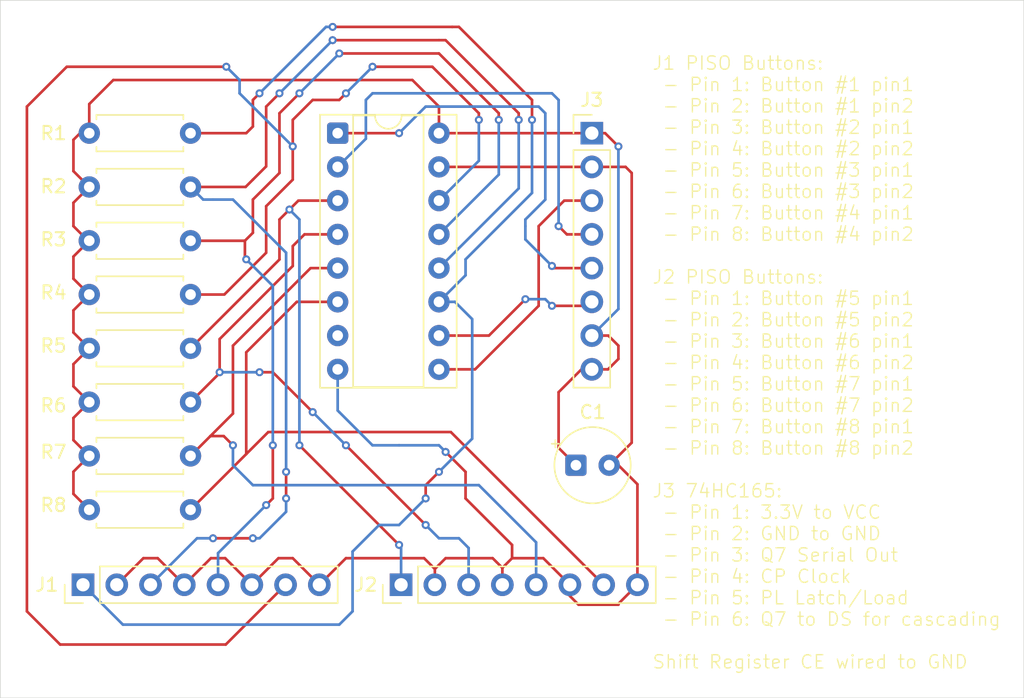
<source format=kicad_pcb>
(kicad_pcb (version 20241229) (generator "pcbnew") (generator_version "9.0")
  (layers (0 "F.Cu" signal) (2 "B.Cu" signal) (13 "F.Paste" user) (15 "B.Paste" user) (5 "F.SilkS" user "F.Silkscreen") (7 "B.SilkS" user "B.Silkscreen") (1 "F.Mask" user) (3 "B.Mask" user) (25 "Edge.Cuts" user))
  (net 0 "")
  (net 1 "Net-(J1-Pin_1)")
  (net 2 "+3.3V")
  (net 3 "Net-(J1-Pin_3)")
  (net 4 "Net-(J1-Pin_5)")
  (net 5 "Net-(J1-Pin_7)")
  (net 6 "Net-(J2-Pin_1)")
  (net 7 "Net-(J2-Pin_3)")
  (net 8 "Net-(J2-Pin_5)")
  (net 9 "Net-(J2-Pin_7)")
  (net 10 "Net-(J3-Pin_4)")
  (net 11 "GND")
  (net 12 "Net-(J3-Pin_5)")
  (net 13 "Net-(J3-Pin_6)")
  (net 14 "Net-(J3-Pin_3)")
  (footprint "Resistor_THT:R_Axial_DIN0207_L6.3mm_D2.5mm_P7.62mm_Horizontal" (layer "F.Cu") (at 134.19 68.1)
    (property "Reference" "R3" (at -2.69 -0.1 0) (layer "F.SilkS"))
    (property "Value" "R" (hide yes))
    (fp_line (start 0.54 -1.37) (end 7.08 -1.37) (stroke (width 0.12)) (layer "F.SilkS"))
    (fp_line (start 0.54 -1.04) (end 0.54 -1.37) (stroke (width 0.12)) (layer "F.SilkS"))
    (fp_line (start 0.54 1.04) (end 0.54 1.37) (stroke (width 0.12)) (layer "F.SilkS"))
    (fp_line (start 0.54 1.37) (end 7.08 1.37) (stroke (width 0.12)) (layer "F.SilkS"))
    (fp_line (start 7.08 -1.37) (end 7.08 -1.04) (stroke (width 0.12)) (layer "F.SilkS"))
    (fp_line (start 7.08 1.37) (end 7.08 1.04) (stroke (width 0.12)) (layer "F.SilkS"))
    (pad "1" thru_hole circle (at 0 0) (size 1.6 1.6) (drill 0.8) (layers "*.Cu" "*.Mask") (net 2 "+3.3V"))
    (pad "2" thru_hole circle (at 7.62 0) (size 1.6 1.6) (drill 0.8) (layers "*.Cu" "*.Mask") (net 4 "Net-(J1-Pin_5)"))
  )
  (footprint "Resistor_THT:R_Axial_DIN0207_L6.3mm_D2.5mm_P7.62mm_Horizontal" (layer "F.Cu") (at 134.19 72.15)
    (property "Reference" "R4" (at -2.69 -0.15 0) (layer "F.SilkS"))
    (property "Value" "R" (hide yes))
    (fp_line (start 0.54 -1.37) (end 7.08 -1.37) (stroke (width 0.12)) (layer "F.SilkS"))
    (fp_line (start 0.54 -1.04) (end 0.54 -1.37) (stroke (width 0.12)) (layer "F.SilkS"))
    (fp_line (start 0.54 1.04) (end 0.54 1.37) (stroke (width 0.12)) (layer "F.SilkS"))
    (fp_line (start 0.54 1.37) (end 7.08 1.37) (stroke (width 0.12)) (layer "F.SilkS"))
    (fp_line (start 7.08 -1.37) (end 7.08 -1.04) (stroke (width 0.12)) (layer "F.SilkS"))
    (fp_line (start 7.08 1.37) (end 7.08 1.04) (stroke (width 0.12)) (layer "F.SilkS"))
    (pad "1" thru_hole circle (at 0 0) (size 1.6 1.6) (drill 0.8) (layers "*.Cu" "*.Mask") (net 2 "+3.3V"))
    (pad "2" thru_hole circle (at 7.62 0) (size 1.6 1.6) (drill 0.8) (layers "*.Cu" "*.Mask") (net 5 "Net-(J1-Pin_7)"))
  )
  (footprint "Package_DIP:DIP-16_W7.62mm_Socket" (layer "F.Cu") (at 152.88 60)
    (property "Reference" "U1" (hide yes))
    (property "Value" "74HC165" (hide yes))
    (fp_line (start 1.16 -1.33) (end 1.16 19.11) (stroke (width 0.12)) (layer "F.SilkS"))
    (fp_line (start 1.16 19.11) (end 6.46 19.11) (stroke (width 0.12)) (layer "F.SilkS"))
    (fp_line (start 2.81 -1.33) (end 1.16 -1.33) (stroke (width 0.12)) (layer "F.SilkS"))
    (fp_line (start 6.46 -1.33) (end 4.81 -1.33) (stroke (width 0.12)) (layer "F.SilkS"))
    (fp_line (start 6.46 19.11) (end 6.46 -1.33) (stroke (width 0.12)) (layer "F.SilkS"))
    (fp_rect (start -1.33 -1.39) (end 8.95 19.17) (stroke (width 0.12)) (fill no) (layer "F.SilkS"))
    (fp_arc (start 4.81 -1.33) (mid 3.81 -0.33) (end 2.81 -1.33) (stroke (width 0.12)) (layer "F.SilkS"))
    (pad "1" thru_hole roundrect (at 0 0) (size 1.6 1.6) (drill 0.8) (layers "*.Cu" "*.Mask") (roundrect_rratio 0.15625) (net 12 "Net-(J3-Pin_5)"))
    (pad "2" thru_hole circle (at 0 2.54) (size 1.6 1.6) (drill 0.8) (layers "*.Cu" "*.Mask") (net 10 "Net-(J3-Pin_4)"))
    (pad "3" thru_hole circle (at 0 5.08) (size 1.6 1.6) (drill 0.8) (layers "*.Cu" "*.Mask") (net 6 "Net-(J2-Pin_1)"))
    (pad "4" thru_hole circle (at 0 7.62) (size 1.6 1.6) (drill 0.8) (layers "*.Cu" "*.Mask") (net 7 "Net-(J2-Pin_3)"))
    (pad "5" thru_hole circle (at 0 10.16) (size 1.6 1.6) (drill 0.8) (layers "*.Cu" "*.Mask") (net 8 "Net-(J2-Pin_5)"))
    (pad "6" thru_hole circle (at 0 12.7) (size 1.6 1.6) (drill 0.8) (layers "*.Cu" "*.Mask") (net 9 "Net-(J2-Pin_7)"))
    (pad "7" thru_hole circle (at 0 15.24) (size 1.6 1.6) (drill 0.8) (layers "*.Cu" "*.Mask"))
    (pad "8" thru_hole circle (at 0 17.78) (size 1.6 1.6) (drill 0.8) (layers "*.Cu" "*.Mask") (net 11 "GND"))
    (pad "9" thru_hole circle (at 7.62 17.78) (size 1.6 1.6) (drill 0.8) (layers "*.Cu" "*.Mask") (net 14 "Net-(J3-Pin_3)"))
    (pad "10" thru_hole circle (at 7.62 15.24) (size 1.6 1.6) (drill 0.8) (layers "*.Cu" "*.Mask") (net 13 "Net-(J3-Pin_6)"))
    (pad "11" thru_hole circle (at 7.62 12.7) (size 1.6 1.6) (drill 0.8) (layers "*.Cu" "*.Mask") (net 1 "Net-(J1-Pin_1)"))
    (pad "12" thru_hole circle (at 7.62 10.16) (size 1.6 1.6) (drill 0.8) (layers "*.Cu" "*.Mask") (net 3 "Net-(J1-Pin_3)"))
    (pad "13" thru_hole circle (at 7.62 7.62) (size 1.6 1.6) (drill 0.8) (layers "*.Cu" "*.Mask") (net 4 "Net-(J1-Pin_5)"))
    (pad "14" thru_hole circle (at 7.62 5.08) (size 1.6 1.6) (drill 0.8) (layers "*.Cu" "*.Mask") (net 5 "Net-(J1-Pin_7)"))
    (pad "15" thru_hole circle (at 7.62 2.54) (size 1.6 1.6) (drill 0.8) (layers "*.Cu" "*.Mask") (net 11 "GND"))
    (pad "16" thru_hole circle (at 7.62 0) (size 1.6 1.6) (drill 0.8) (layers "*.Cu" "*.Mask") (net 2 "+3.3V"))
  )
  (footprint "Resistor_THT:R_Axial_DIN0207_L6.3mm_D2.5mm_P7.62mm_Horizontal" (layer "F.Cu") (at 134.19 80.25)
    (property "Reference" "R6" (at -2.69 0.25 0) (layer "F.SilkS"))
    (property "Value" "R" (hide yes))
    (fp_line (start 0.54 -1.37) (end 7.08 -1.37) (stroke (width 0.12)) (layer "F.SilkS"))
    (fp_line (start 0.54 -1.04) (end 0.54 -1.37) (stroke (width 0.12)) (layer "F.SilkS"))
    (fp_line (start 0.54 1.04) (end 0.54 1.37) (stroke (width 0.12)) (layer "F.SilkS"))
    (fp_line (start 0.54 1.37) (end 7.08 1.37) (stroke (width 0.12)) (layer "F.SilkS"))
    (fp_line (start 7.08 -1.37) (end 7.08 -1.04) (stroke (width 0.12)) (layer "F.SilkS"))
    (fp_line (start 7.08 1.37) (end 7.08 1.04) (stroke (width 0.12)) (layer "F.SilkS"))
    (pad "1" thru_hole circle (at 0 0) (size 1.6 1.6) (drill 0.8) (layers "*.Cu" "*.Mask") (net 2 "+3.3V"))
    (pad "2" thru_hole circle (at 7.62 0) (size 1.6 1.6) (drill 0.8) (layers "*.Cu" "*.Mask") (net 7 "Net-(J2-Pin_3)"))
  )
  (footprint "Resistor_THT:R_Axial_DIN0207_L6.3mm_D2.5mm_P7.62mm_Horizontal" (layer "F.Cu") (at 134.19 84.3)
    (property "Reference" "R7" (at -2.69 -0.3 0) (layer "F.SilkS"))
    (property "Value" "R" (hide yes))
    (fp_line (start 0.54 -1.37) (end 7.08 -1.37) (stroke (width 0.12)) (layer "F.SilkS"))
    (fp_line (start 0.54 -1.04) (end 0.54 -1.37) (stroke (width 0.12)) (layer "F.SilkS"))
    (fp_line (start 0.54 1.04) (end 0.54 1.37) (stroke (width 0.12)) (layer "F.SilkS"))
    (fp_line (start 0.54 1.37) (end 7.08 1.37) (stroke (width 0.12)) (layer "F.SilkS"))
    (fp_line (start 7.08 -1.37) (end 7.08 -1.04) (stroke (width 0.12)) (layer "F.SilkS"))
    (fp_line (start 7.08 1.37) (end 7.08 1.04) (stroke (width 0.12)) (layer "F.SilkS"))
    (pad "1" thru_hole circle (at 0 0) (size 1.6 1.6) (drill 0.8) (layers "*.Cu" "*.Mask") (net 2 "+3.3V"))
    (pad "2" thru_hole circle (at 7.62 0) (size 1.6 1.6) (drill 0.8) (layers "*.Cu" "*.Mask") (net 8 "Net-(J2-Pin_5)"))
  )
  (footprint "Connector_PinHeader_2.54mm:PinHeader_1x08_P2.54mm_Vertical" (layer "F.Cu") (at 133.72 94 90)
    (property "Reference" "J1" (at 0 -2.72 0) (layer "F.SilkS"))
    (property "Value" "Conn_01x08" (hide yes))
    (fp_line (start -1.38 -1.38) (end 0 -1.38) (stroke (width 0.12)) (layer "F.SilkS"))
    (fp_line (start -1.38 0) (end -1.38 -1.38) (stroke (width 0.12)) (layer "F.SilkS"))
    (fp_line (start 1.38 1.27) (end 1.38 19.16) (stroke (width 0.12)) (layer "F.SilkS"))
    (fp_line (start -1.38 1.27) (end 1.38 1.27) (stroke (width 0.12)) (layer "F.SilkS"))
    (fp_line (start -1.38 1.27) (end -1.38 19.16) (stroke (width 0.12)) (layer "F.SilkS"))
    (fp_line (start -1.38 19.16) (end 1.38 19.16) (stroke (width 0.12)) (layer "F.SilkS"))
    (pad "1" thru_hole rect (at 0 0 90) (size 1.7 1.7) (drill 1) (layers "*.Cu" "*.Mask") (net 1 "Net-(J1-Pin_1)"))
    (pad "2" thru_hole circle (at 0 2.54 90) (size 1.7 1.7) (drill 1) (layers "*.Cu" "*.Mask") (net 11 "GND"))
    (pad "3" thru_hole circle (at 0 5.08 90) (size 1.7 1.7) (drill 1) (layers "*.Cu" "*.Mask") (net 3 "Net-(J1-Pin_3)"))
    (pad "4" thru_hole circle (at 0 7.62 90) (size 1.7 1.7) (drill 1) (layers "*.Cu" "*.Mask") (net 11 "GND"))
    (pad "5" thru_hole circle (at 0 10.16 90) (size 1.7 1.7) (drill 1) (layers "*.Cu" "*.Mask") (net 4 "Net-(J1-Pin_5)"))
    (pad "6" thru_hole circle (at 0 12.7 90) (size 1.7 1.7) (drill 1) (layers "*.Cu" "*.Mask") (net 11 "GND"))
    (pad "7" thru_hole circle (at 0 15.24 90) (size 1.7 1.7) (drill 1) (layers "*.Cu" "*.Mask") (net 5 "Net-(J1-Pin_7)"))
    (pad "8" thru_hole circle (at 0 17.78 90) (size 1.7 1.7) (drill 1) (layers "*.Cu" "*.Mask") (net 11 "GND"))
  )
  (footprint "Resistor_THT:R_Axial_DIN0207_L6.3mm_D2.5mm_P7.62mm_Horizontal" (layer "F.Cu") (at 134.19 76.2)
    (property "Reference" "R5" (at -2.69 -0.2 0) (layer "F.SilkS"))
    (property "Value" "R" (hide yes))
    (fp_line (start 0.54 -1.37) (end 7.08 -1.37) (stroke (width 0.12)) (layer "F.SilkS"))
    (fp_line (start 0.54 -1.04) (end 0.54 -1.37) (stroke (width 0.12)) (layer "F.SilkS"))
    (fp_line (start 0.54 1.04) (end 0.54 1.37) (stroke (width 0.12)) (layer "F.SilkS"))
    (fp_line (start 0.54 1.37) (end 7.08 1.37) (stroke (width 0.12)) (layer "F.SilkS"))
    (fp_line (start 7.08 -1.37) (end 7.08 -1.04) (stroke (width 0.12)) (layer "F.SilkS"))
    (fp_line (start 7.08 1.37) (end 7.08 1.04) (stroke (width 0.12)) (layer "F.SilkS"))
    (pad "1" thru_hole circle (at 0 0) (size 1.6 1.6) (drill 0.8) (layers "*.Cu" "*.Mask") (net 2 "+3.3V"))
    (pad "2" thru_hole circle (at 7.62 0) (size 1.6 1.6) (drill 0.8) (layers "*.Cu" "*.Mask") (net 6 "Net-(J2-Pin_1)"))
  )
  (footprint "Resistor_THT:R_Axial_DIN0207_L6.3mm_D2.5mm_P7.62mm_Horizontal" (layer "F.Cu") (at 134.19 64.05)
    (property "Reference" "R2" (at -2.69 -0.05 0) (layer "F.SilkS"))
    (property "Value" "R" (hide yes))
    (fp_line (start 0.54 -1.37) (end 7.08 -1.37) (stroke (width 0.12)) (layer "F.SilkS"))
    (fp_line (start 0.54 -1.04) (end 0.54 -1.37) (stroke (width 0.12)) (layer "F.SilkS"))
    (fp_line (start 0.54 1.04) (end 0.54 1.37) (stroke (width 0.12)) (layer "F.SilkS"))
    (fp_line (start 0.54 1.37) (end 7.08 1.37) (stroke (width 0.12)) (layer "F.SilkS"))
    (fp_line (start 7.08 -1.37) (end 7.08 -1.04) (stroke (width 0.12)) (layer "F.SilkS"))
    (fp_line (start 7.08 1.37) (end 7.08 1.04) (stroke (width 0.12)) (layer "F.SilkS"))
    (pad "1" thru_hole circle (at 0 0) (size 1.6 1.6) (drill 0.8) (layers "*.Cu" "*.Mask") (net 2 "+3.3V"))
    (pad "2" thru_hole circle (at 7.62 0) (size 1.6 1.6) (drill 0.8) (layers "*.Cu" "*.Mask") (net 3 "Net-(J1-Pin_3)"))
  )
  (footprint "Resistor_THT:R_Axial_DIN0207_L6.3mm_D2.5mm_P7.62mm_Horizontal" (layer "F.Cu") (at 134.19 88.35)
    (property "Reference" "R8" (at -2.69 -0.35 0) (layer "F.SilkS"))
    (property "Value" "R" (hide yes))
    (fp_line (start 0.54 -1.37) (end 7.08 -1.37) (stroke (width 0.12)) (layer "F.SilkS"))
    (fp_line (start 0.54 -1.04) (end 0.54 -1.37) (stroke (width 0.12)) (layer "F.SilkS"))
    (fp_line (start 0.54 1.04) (end 0.54 1.37) (stroke (width 0.12)) (layer "F.SilkS"))
    (fp_line (start 0.54 1.37) (end 7.08 1.37) (stroke (width 0.12)) (layer "F.SilkS"))
    (fp_line (start 7.08 -1.37) (end 7.08 -1.04) (stroke (width 0.12)) (layer "F.SilkS"))
    (fp_line (start 7.08 1.37) (end 7.08 1.04) (stroke (width 0.12)) (layer "F.SilkS"))
    (pad "1" thru_hole circle (at 0 0) (size 1.6 1.6) (drill 0.8) (layers "*.Cu" "*.Mask") (net 2 "+3.3V"))
    (pad "2" thru_hole circle (at 7.62 0) (size 1.6 1.6) (drill 0.8) (layers "*.Cu" "*.Mask") (net 9 "Net-(J2-Pin_7)"))
  )
  (footprint "Connector_PinHeader_2.54mm:PinHeader_1x08_P2.54mm_Vertical" (layer "F.Cu") (at 172 60)
    (property "Reference" "J3" (at 0 -2.5 0) (layer "F.SilkS"))
    (property "Value" "Conn_01x08" (hide yes))
    (fp_line (start -1.38 -1.38) (end 0 -1.38) (stroke (width 0.12)) (layer "F.SilkS"))
    (fp_line (start -1.38 0) (end -1.38 -1.38) (stroke (width 0.12)) (layer "F.SilkS"))
    (fp_line (start -1.38 1.27) (end -1.38 19.16) (stroke (width 0.12)) (layer "F.SilkS"))
    (fp_line (start -1.38 1.27) (end 1.38 1.27) (stroke (width 0.12)) (layer "F.SilkS"))
    (fp_line (start -1.38 19.16) (end 1.38 19.16) (stroke (width 0.12)) (layer "F.SilkS"))
    (fp_line (start 1.38 1.27) (end 1.38 19.16) (stroke (width 0.12)) (layer "F.SilkS"))
    (pad "1" thru_hole rect (at 0 0) (size 1.7 1.7) (drill 1) (layers "*.Cu" "*.Mask") (net 2 "+3.3V"))
    (pad "2" thru_hole circle (at 0 2.54) (size 1.7 1.7) (drill 1) (layers "*.Cu" "*.Mask") (net 11 "GND"))
    (pad "3" thru_hole circle (at 0 5.08) (size 1.7 1.7) (drill 1) (layers "*.Cu" "*.Mask") (net 14 "Net-(J3-Pin_3)"))
    (pad "4" thru_hole circle (at 0 7.62) (size 1.7 1.7) (drill 1) (layers "*.Cu" "*.Mask") (net 10 "Net-(J3-Pin_4)"))
    (pad "5" thru_hole circle (at 0 10.16) (size 1.7 1.7) (drill 1) (layers "*.Cu" "*.Mask") (net 12 "Net-(J3-Pin_5)"))
    (pad "6" thru_hole circle (at 0 12.7) (size 1.7 1.7) (drill 1) (layers "*.Cu" "*.Mask") (net 13 "Net-(J3-Pin_6)"))
    (pad "7" thru_hole circle (at 0 15.24) (size 1.7 1.7) (drill 1) (layers "*.Cu" "*.Mask") (net 2 "+3.3V"))
    (pad "8" thru_hole circle (at 0 17.78) (size 1.7 1.7) (drill 1) (layers "*.Cu" "*.Mask") (net 2 "+3.3V"))
  )
  (footprint "Resistor_THT:R_Axial_DIN0207_L6.3mm_D2.5mm_P7.62mm_Horizontal" (layer "F.Cu") (at 134.19 60)
    (property "Reference" "R1" (at -2.69 0 0) (layer "F.SilkS"))
    (property "Value" "R" (hide yes))
    (fp_line (start 0.54 -1.37) (end 7.08 -1.37) (stroke (width 0.12)) (layer "F.SilkS"))
    (fp_line (start 0.54 -1.04) (end 0.54 -1.37) (stroke (width 0.12)) (layer "F.SilkS"))
    (fp_line (start 0.54 1.04) (end 0.54 1.37) (stroke (width 0.12)) (layer "F.SilkS"))
    (fp_line (start 0.54 1.37) (end 7.08 1.37) (stroke (width 0.12)) (layer "F.SilkS"))
    (fp_line (start 7.08 -1.37) (end 7.08 -1.04) (stroke (width 0.12)) (layer "F.SilkS"))
    (fp_line (start 7.08 1.37) (end 7.08 1.04) (stroke (width 0.12)) (layer "F.SilkS"))
    (pad "1" thru_hole circle (at 0 0) (size 1.6 1.6) (drill 0.8) (layers "*.Cu" "*.Mask") (net 2 "+3.3V"))
    (pad "2" thru_hole circle (at 7.62 0) (size 1.6 1.6) (drill 0.8) (layers "*.Cu" "*.Mask") (net 1 "Net-(J1-Pin_1)"))
  )
  (footprint "Connector_PinHeader_2.54mm:PinHeader_1x08_P2.54mm_Vertical" (layer "F.Cu") (at 157.65 94 90)
    (property "Reference" "J2" (at 0 -2.65 0) (layer "F.SilkS"))
    (property "Value" "Conn_01x08" (hide yes))
    (fp_line (start -1.38 -1.38) (end 0 -1.38) (stroke (width 0.12)) (layer "F.SilkS"))
    (fp_line (start -1.38 0) (end -1.38 -1.38) (stroke (width 0.12)) (layer "F.SilkS"))
    (fp_line (start 1.38 1.27) (end 1.38 19.16) (stroke (width 0.12)) (layer "F.SilkS"))
    (fp_line (start -1.38 1.27) (end 1.38 1.27) (stroke (width 0.12)) (layer "F.SilkS"))
    (fp_line (start -1.38 1.27) (end -1.38 19.16) (stroke (width 0.12)) (layer "F.SilkS"))
    (fp_line (start -1.38 19.16) (end 1.38 19.16) (stroke (width 0.12)) (layer "F.SilkS"))
    (pad "1" thru_hole rect (at 0 0 90) (size 1.7 1.7) (drill 1) (layers "*.Cu" "*.Mask") (net 6 "Net-(J2-Pin_1)"))
    (pad "2" thru_hole circle (at 0 2.54 90) (size 1.7 1.7) (drill 1) (layers "*.Cu" "*.Mask") (net 11 "GND"))
    (pad "3" thru_hole circle (at 0 5.08 90) (size 1.7 1.7) (drill 1) (layers "*.Cu" "*.Mask") (net 7 "Net-(J2-Pin_3)"))
    (pad "4" thru_hole circle (at 0 7.62 90) (size 1.7 1.7) (drill 1) (layers "*.Cu" "*.Mask") (net 11 "GND"))
    (pad "5" thru_hole circle (at 0 10.16 90) (size 1.7 1.7) (drill 1) (layers "*.Cu" "*.Mask") (net 8 "Net-(J2-Pin_5)"))
    (pad "6" thru_hole circle (at 0 12.7 90) (size 1.7 1.7) (drill 1) (layers "*.Cu" "*.Mask") (net 11 "GND"))
    (pad "7" thru_hole circle (at 0 15.24 90) (size 1.7 1.7) (drill 1) (layers "*.Cu" "*.Mask") (net 9 "Net-(J2-Pin_7)"))
    (pad "8" thru_hole circle (at 0 17.78 90) (size 1.7 1.7) (drill 1) (layers "*.Cu" "*.Mask") (net 11 "GND"))
  )
  (footprint "Capacitor_THT:CP_Radial_Tantal_D5.5mm_P2.50mm" (layer "F.Cu") (at 170.803631 85)
    (property "Reference" "C1" (at 1.25 -4 0) (layer "F.SilkS"))
    (property "Value" "C" (hide yes))
    (fp_line (start -1.822262 -1.615) (end -1.272262 -1.615) (stroke (width 0.12)) (layer "F.SilkS"))
    (fp_line (start -1.547262 -1.89) (end -1.547262 -1.34) (stroke (width 0.12)) (layer "F.SilkS"))
    (fp_circle (center 1.25 0) (end 4.12 0) (stroke (width 0.12)) (fill no) (layer "F.SilkS"))
    (pad "1" thru_hole roundrect (at 0 0) (size 1.6 1.6) (drill 0.8) (layers "*.Cu" "*.Mask") (roundrect_rratio 0.15625) (net 2 "+3.3V"))
    (pad "2" thru_hole circle (at 2.5 0) (size 1.6 1.6) (drill 0.8) (layers "*.Cu" "*.Mask") (net 11 "GND"))
  )
  (gr_rect (start 127.5 50) (end 204.5 102.520671) (stroke (width 0.05)) (fill no) (layer "Edge.Cuts"))
  (gr_text "J1 PISO Buttons:\n - Pin 1: Button #1 pin1\n - Pin 2: Button #1 pin2\n - Pin 3: Button #2 pin1\n - Pin 4: Button #2 pin2\n - Pin 5: Button #3 pin1\n - Pin 6: Button #3 pin2\n - Pin 7: Button #4 pin1\n - Pin 8: Button #4 pin2\n\nJ2 PISO Buttons:\n - Pin 1: Button #5 pin1\n - Pin 2: Button #5 pin2\n - Pin 3: Button #6 pin1\n - Pin 4: Button #6 pin2\n - Pin 5: Button #7 pin1\n - Pin 6: Button #7 pin2\n - Pin 7: Button #8 pin1\n - Pin 8: Button #8 pin2\n\nJ3 74HC165:\n - Pin 1: 3.3V to VCC\n - Pin 2: GND to GND\n - Pin 3: Q7 Serial Out\n - Pin 4: CP Clock\n - Pin 5: PL Latch/Load\n - Pin 6: Q7 to DS for cascading\n\nShift Register CE wired to GND\n\n" (at 176.5 102 0) (layer "F.SilkS") (effects (font (size 1 1) (thickness 0.1)) (justify left bottom)))
  (segment (start 162 52) (end 167 57) (width 0.2) (layer "F.Cu") (net 1))
  (segment (start 159.5 86.5) (end 159.5 87.5) (width 0.2) (layer "F.Cu") (net 1))
  (segment (start 146.5 57.5) (end 147 57) (width 0.2) (layer "F.Cu") (net 1))
  (segment (start 161.5 52) (end 162 52) (width 0.2) (layer "F.Cu") (net 1))
  (segment (start 146.5 59.5) (end 146.5 58) (width 0.2) (layer "F.Cu") (net 1))
  (segment (start 146 60) (end 146.5 59.5) (width 0.2) (layer "F.Cu") (net 1))
  (segment (start 167.5 57.5) (end 167.5 59) (width 0.2) (layer "F.Cu") (net 1))
  (segment (start 167 57) (end 167.5 57.5) (width 0.2) (layer "F.Cu") (net 1))
  (segment (start 152.5 52) (end 161.5 52) (width 0.2) (layer "F.Cu") (net 1))
  (segment (start 146.5 58) (end 146.5 57.5) (width 0.2) (layer "F.Cu") (net 1))
  (segment (start 141.81 60) (end 146 60) (width 0.2) (layer "F.Cu") (net 1))
  (segment (start 160.5 85.5) (end 159.5 86.5) (width 0.2) (layer "F.Cu") (net 1))
  (via (at 159.5 87.5) (size 0.6) (drill 0.3) (layers "F.Cu" "B.Cu") (net 1))
  (via (at 147 57) (size 0.6) (drill 0.3) (layers "F.Cu" "B.Cu") (net 1))
  (via (at 152.5 52) (size 0.6) (drill 0.3) (layers "F.Cu" "B.Cu") (net 1))
  (via (at 167.5 59) (size 0.6) (drill 0.3) (layers "F.Cu" "B.Cu") (net 1))
  (via (at 160.5 85.5) (size 0.6) (drill 0.3) (layers "F.Cu" "B.Cu") (net 1))
  (segment (start 162.5 69.5) (end 162.5 70.7) (width 0.2) (layer "B.Cu") (net 1))
  (segment (start 167.5 59) (end 167.5 64.5) (width 0.2) (layer "B.Cu") (net 1))
  (segment (start 154 91.5) (end 154 96) (width 0.2) (layer "B.Cu") (net 1))
  (segment (start 156 89.5) (end 154 91.5) (width 0.2) (layer "B.Cu") (net 1))
  (segment (start 147 57) (end 152 52) (width 0.2) (layer "B.Cu") (net 1))
  (segment (start 163 83) (end 160.5 85.5) (width 0.2) (layer "B.Cu") (net 1))
  (segment (start 153 97) (end 136.72 97) (width 0.2) (layer "B.Cu") (net 1))
  (segment (start 159.5 87.5) (end 157.5 89.5) (width 0.2) (layer "B.Cu") (net 1))
  (segment (start 160.5 72.7) (end 161.7 72.7) (width 0.2) (layer "B.Cu") (net 1))
  (segment (start 167.5 64.5) (end 162.5 69.5) (width 0.2) (layer "B.Cu") (net 1))
  (segment (start 157.5 89.5) (end 156 89.5) (width 0.2) (layer "B.Cu") (net 1))
  (segment (start 162.5 70.7) (end 160.5 72.7) (width 0.2) (layer "B.Cu") (net 1))
  (segment (start 136.72 97) (end 133.72 94) (width 0.2) (layer "B.Cu") (net 1))
  (segment (start 154 96) (end 153 97) (width 0.2) (layer "B.Cu") (net 1))
  (segment (start 152 52) (end 152.5 52) (width 0.2) (layer "B.Cu") (net 1))
  (segment (start 163 74) (end 163 83) (width 0.2) (layer "B.Cu") (net 1))
  (segment (start 161.7 72.7) (end 163 74) (width 0.2) (layer "B.Cu") (net 1))
  (segment (start 133 81.44) (end 133 83.11) (width 0.2) (layer "F.Cu") (net 2))
  (segment (start 133 79.06) (end 134.19 80.25) (width 0.2) (layer "F.Cu") (net 2))
  (segment (start 134.19 60) (end 134.19 57.81) (width 0.2) (layer "F.Cu") (net 2))
  (segment (start 133 60.5) (end 133 62.86) (width 0.2) (layer "F.Cu") (net 2))
  (segment (start 133 87.16) (end 133 85.49) (width 0.2) (layer "F.Cu") (net 2))
  (segment (start 174 76) (end 174 77) (width 0.2) (layer "F.Cu") (net 2))
  (segment (start 133 70.96) (end 134.19 72.15) (width 0.2) (layer "F.Cu") (net 2))
  (segment (start 173.24 75.24) (end 174 76) (width 0.2) (layer "F.Cu") (net 2))
  (segment (start 160.5 58) (end 160.5 60) (width 0.2) (layer "F.Cu") (net 2))
  (segment (start 133 67) (end 133 65.24) (width 0.2) (layer "F.Cu") (net 2))
  (segment (start 134.19 68.1) (end 133 69.29) (width 0.2) (layer "F.Cu") (net 2))
  (segment (start 133 85.49) (end 134.19 84.3) (width 0.2) (layer "F.Cu") (net 2))
  (segment (start 134.19 72.15) (end 133 73.34) (width 0.2) (layer "F.Cu") (net 2))
  (segment (start 133 73.34) (end 133 75.01) (width 0.2) (layer "F.Cu") (net 2))
  (segment (start 169.5 79.5) (end 169.5 83.696369) (width 0.2) (layer "F.Cu") (net 2))
  (segment (start 174 77) (end 173.22 77.78) (width 0.2) (layer "F.Cu") (net 2))
  (segment (start 134.19 88.35) (end 133 87.16) (width 0.2) (layer "F.Cu") (net 2))
  (segment (start 133 75.01) (end 134.19 76.2) (width 0.2) (layer "F.Cu") (net 2))
  (segment (start 169.5 83.696369) (end 170.803631 85) (width 0.2) (layer "F.Cu") (net 2))
  (segment (start 134.19 80.25) (end 133 81.44) (width 0.2) (layer "F.Cu") (net 2))
  (segment (start 171.22 77.78) (end 169.5 79.5) (width 0.2) (layer "F.Cu") (net 2))
  (segment (start 133.5 60) (end 133 60.5) (width 0.2) (layer "F.Cu") (net 2))
  (segment (start 133 65.24) (end 134.19 64.05) (width 0.2) (layer "F.Cu") (net 2))
  (segment (start 136 56) (end 158.5 56) (width 0.2) (layer "F.Cu") (net 2))
  (segment (start 133 62.86) (end 134.19 64.05) (width 0.2) (layer "F.Cu") (net 2))
  (segment (start 134.1 68.1) (end 133 67) (width 0.2) (layer "F.Cu") (net 2))
  (segment (start 134.19 76.2) (end 133 77.39) (width 0.2) (layer "F.Cu") (net 2))
  (segment (start 173 60) (end 174 61) (width 0.2) (layer "F.Cu") (net 2))
  (segment (start 134.19 68.1) (end 134.1 68.1) (width 0.2) (layer "F.Cu") (net 2))
  (segment (start 134.19 57.81) (end 136 56) (width 0.2) (layer "F.Cu") (net 2))
  (segment (start 133 77.39) (end 133 79.06) (width 0.2) (layer "F.Cu") (net 2))
  (segment (start 133 69.29) (end 133 70.96) (width 0.2) (layer "F.Cu") (net 2))
  (segment (start 172 77.78) (end 171.22 77.78) (width 0.2) (layer "F.Cu") (net 2))
  (segment (start 133 83.11) (end 134.19 84.3) (width 0.2) (layer "F.Cu") (net 2))
  (segment (start 158.5 56) (end 160.5 58) (width 0.2) (layer "F.Cu") (net 2))
  (segment (start 172 60) (end 173 60) (width 0.2) (layer "F.Cu") (net 2))
  (segment (start 172 75.24) (end 173.24 75.24) (width 0.2) (layer "F.Cu") (net 2))
  (segment (start 173.22 77.78) (end 172 77.78) (width 0.2) (layer "F.Cu") (net 2))
  (segment (start 172 60) (end 160.5 60) (width 0.2) (layer "F.Cu") (net 2))
  (segment (start 134.19 60) (end 133.5 60) (width 0.2) (layer "F.Cu") (net 2))
  (via (at 174 61) (size 0.6) (drill 0.3) (layers "F.Cu" "B.Cu") (net 2))
  (segment (start 174 73.24) (end 172 75.24) (width 0.2) (layer "B.Cu") (net 2))
  (segment (start 174 61) (end 174 73.24) (width 0.2) (layer "B.Cu") (net 2))
  (segment (start 141.81 64.05) (end 145.95 64.05) (width 0.2) (layer "F.Cu") (net 3))
  (segment (start 152.5 53) (end 160.5 53) (width 0.2) (layer "F.Cu") (net 3))
  (segment (start 166.5 58.5) (end 166.5 59) (width 0.2) (layer "F.Cu") (net 3))
  (segment (start 145.95 64.05) (end 146.5 63.5) (width 0.2) (layer "F.Cu") (net 3))
  (segment (start 146.5 90.5) (end 143.5 90.5) (width 0.2) (layer "F.Cu") (net 3))
  (segment (start 147.5 62.5) (end 147.5 58) (width 0.2) (layer "F.Cu") (net 3))
  (segment (start 160.5 53) (end 161 53) (width 0.2) (layer "F.Cu") (net 3))
  (segment (start 161 53) (end 166.5 58.5) (width 0.2) (layer "F.Cu") (net 3))
  (segment (start 149 85.5) (end 149 87.5) (width 0.2) (layer "F.Cu") (net 3))
  (segment (start 146.5 63.5) (end 147.5 62.5) (width 0.2) (layer "F.Cu") (net 3))
  (segment (start 147.5 58) (end 148.5 57) (width 0.2) (layer "F.Cu") (net 3))
  (via (at 149 87.5) (size 0.6) (drill 0.3) (layers "F.Cu" "B.Cu") (net 3))
  (via (at 146.5 90.5) (size 0.6) (drill 0.3) (layers "F.Cu" "B.Cu") (net 3))
  (via (at 166.5 59) (size 0.6) (drill 0.3) (layers "F.Cu" "B.Cu") (net 3))
  (via (at 148.5 57) (size 0.6) (drill 0.3) (layers "F.Cu" "B.Cu") (net 3))
  (via (at 143.5 90.5) (size 0.6) (drill 0.3) (layers "F.Cu" "B.Cu") (net 3))
  (via (at 149 85.5) (size 0.6) (drill 0.3) (layers "F.Cu" "B.Cu") (net 3))
  (via (at 152.5 53) (size 0.6) (drill 0.3) (layers "F.Cu" "B.Cu") (net 3))
  (segment (start 143.5 65) (end 145 65) (width 0.2) (layer "B.Cu") (net 3))
  (segment (start 148.5 57) (end 152.5 53) (width 0.2) (layer "B.Cu") (net 3))
  (segment (start 142.76 65) (end 143.5 65) (width 0.2) (layer "B.Cu") (net 3))
  (segment (start 149 88.5) (end 148.5 89) (width 0.2) (layer "B.Cu") (net 3))
  (segment (start 149 69) (end 149 85.5) (width 0.2) (layer "B.Cu") (net 3))
  (segment (start 145 65) (end 149 69) (width 0.2) (layer "B.Cu") (net 3))
  (segment (start 166.5 59) (end 166.5 64.16) (width 0.2) (layer "B.Cu") (net 3))
  (segment (start 149 87.5) (end 149 88.5) (width 0.2) (layer "B.Cu") (net 3))
  (segment (start 166.5 64.16) (end 160.5 70.16) (width 0.2) (layer "B.Cu") (net 3))
  (segment (start 142.3 90.5) (end 138.8 94) (width 0.2) (layer "B.Cu") (net 3))
  (segment (start 147 90.5) (end 146.5 90.5) (width 0.2) (layer "B.Cu") (net 3))
  (segment (start 148.5 89) (end 147 90.5) (width 0.2) (layer "B.Cu") (net 3))
  (segment (start 143.5 90.5) (end 142.3 90.5) (width 0.2) (layer "B.Cu") (net 3))
  (segment (start 141.81 64.05) (end 142.76 65) (width 0.2) (layer "B.Cu") (net 3))
  (segment (start 148.5 58.5) (end 150 57) (width 0.2) (layer "F.Cu") (net 4))
  (segment (start 141.81 68.1) (end 145.9 68.1) (width 0.2) (layer "F.Cu") (net 4))
  (segment (start 148.5 63) (end 148.5 58.5) (width 0.2) (layer "F.Cu") (net 4))
  (segment (start 148 87.5) (end 148 83.5) (width 0.2) (layer "F.Cu") (net 4))
  (segment (start 145.9 69.4) (end 145.9 68.1) (width 0.2) (layer "F.Cu") (net 4))
  (segment (start 146.5 67.5) (end 146.5 65) (width 0.2) (layer "F.Cu") (net 4))
  (segment (start 153 54) (end 160.5 54) (width 0.2) (layer "F.Cu") (net 4))
  (segment (start 145.9 68.1) (end 146.5 67.5) (width 0.2) (layer "F.Cu") (net 4))
  (segment (start 146 69.5) (end 145.9 69.4) (width 0.2) (layer "F.Cu") (net 4))
  (segment (start 165 58.5) (end 165 59) (width 0.2) (layer "F.Cu") (net 4))
  (segment (start 146.5 65) (end 148.5 63) (width 0.2) (layer "F.Cu") (net 4))
  (segment (start 147.5 88) (end 148 87.5) (width 0.2) (layer "F.Cu") (net 4))
  (segment (start 160.5 54) (end 165 58.5) (width 0.2) (layer "F.Cu") (net 4))
  (via (at 147.5 88) (size 0.6) (drill 0.3) (layers "F.Cu" "B.Cu") (net 4))
  (via (at 148 83.5) (size 0.6) (drill 0.3) (layers "F.Cu" "B.Cu") (net 4))
  (via (at 146 69.5) (size 0.6) (drill 0.3) (layers "F.Cu" "B.Cu") (net 4))
  (via (at 150 57) (size 0.6) (drill 0.3) (layers "F.Cu" "B.Cu") (net 4))
  (via (at 153 54) (size 0.6) (drill 0.3) (layers "F.Cu" "B.Cu") (net 4))
  (via (at 165 59) (size 0.6) (drill 0.3) (layers "F.Cu" "B.Cu") (net 4))
  (segment (start 165 59) (end 165 63.12) (width 0.2) (layer "B.Cu") (net 4))
  (segment (start 143.88 94) (end 143.88 91.62) (width 0.2) (layer "B.Cu") (net 4))
  (segment (start 143.88 91.62) (end 147.5 88) (width 0.2) (layer "B.Cu") (net 4))
  (segment (start 148 71.5) (end 146 69.5) (width 0.2) (layer "B.Cu") (net 4))
  (segment (start 150 57) (end 153 54) (width 0.2) (layer "B.Cu") (net 4))
  (segment (start 165 63.12) (end 160.5 67.62) (width 0.2) (layer "B.Cu") (net 4))
  (segment (start 148 83.5) (end 148 71.5) (width 0.2) (layer "B.Cu") (net 4))
  (segment (start 151 57.5) (end 153 57.5) (width 0.2) (layer "F.Cu") (net 5))
  (segment (start 129.5 96) (end 129.5 58) (width 0.2) (layer "F.Cu") (net 5))
  (segment (start 149.5 61) (end 149.5 59) (width 0.2) (layer "F.Cu") (net 5))
  (segment (start 163.5 58.5) (end 163.5 59) (width 0.2) (layer "F.Cu") (net 5))
  (segment (start 153 57.5) (end 153.5 57) (width 0.2) (layer "F.Cu") (net 5))
  (segment (start 141.81 72.15) (end 144.35 72.15) (width 0.2) (layer "F.Cu") (net 5))
  (segment (start 160 55) (end 163.5 58.5) (width 0.2) (layer "F.Cu") (net 5))
  (segment (start 147.5 65.5) (end 149.5 63.5) (width 0.2) (layer "F.Cu") (net 5))
  (segment (start 129.5 58) (end 132.5 55) (width 0.2) (layer "F.Cu") (net 5))
  (segment (start 144.35 72.15) (end 147.5 69) (width 0.2) (layer "F.Cu") (net 5))
  (segment (start 148.96 94) (end 144.46 98.5) (width 0.2) (layer "F.Cu") (net 5))
  (segment (start 144.46 98.5) (end 132 98.5) (width 0.2) (layer "F.Cu") (net 5))
  (segment (start 147.5 69) (end 147.5 65.5) (width 0.2) (layer "F.Cu") (net 5))
  (segment (start 132 98.5) (end 129.5 96) (width 0.2) (layer "F.Cu") (net 5))
  (segment (start 149.5 63.5) (end 149.5 61) (width 0.2) (layer "F.Cu") (net 5))
  (segment (start 132.5 55) (end 144.5 55) (width 0.2) (layer "F.Cu") (net 5))
  (segment (start 155.5 55) (end 160 55) (width 0.2) (layer "F.Cu") (net 5))
  (segment (start 149.5 59) (end 151 57.5) (width 0.2) (layer "F.Cu") (net 5))
  (via (at 144.5 55) (size 0.6) (drill 0.3) (layers "F.Cu" "B.Cu") (net 5))
  (via (at 153.5 57) (size 0.6) (drill 0.3) (layers "F.Cu" "B.Cu") (net 5))
  (via (at 163.5 59) (size 0.6) (drill 0.3) (layers "F.Cu" "B.Cu") (net 5))
  (via (at 155.5 55) (size 0.6) (drill 0.3) (layers "F.Cu" "B.Cu") (net 5))
  (via (at 149.5 61) (size 0.6) (drill 0.3) (layers "F.Cu" "B.Cu") (net 5))
  (segment (start 145.5 56) (end 145.5 57) (width 0.2) (layer "B.Cu") (net 5))
  (segment (start 144.5 55) (end 145.5 56) (width 0.2) (layer "B.Cu") (net 5))
  (segment (start 163.5 62.08) (end 160.5 65.08) (width 0.2) (layer "B.Cu") (net 5))
  (segment (start 145.5 57) (end 149.5 61) (width 0.2) (layer "B.Cu") (net 5))
  (segment (start 163.5 59) (end 163.5 62.08) (width 0.2) (layer "B.Cu") (net 5))
  (segment (start 153.5 57) (end 155.5 55) (width 0.2) (layer "B.Cu") (net 5))
  (segment (start 148.5 69.51) (end 148.5 66.5) (width 0.2) (layer "F.Cu") (net 6))
  (segment (start 149.92 65.08) (end 152.88 65.08) (width 0.2) (layer "F.Cu") (net 6))
  (segment (start 148.5 66.5) (end 149.25 65.75) (width 0.2) (layer "F.Cu") (net 6))
  (segment (start 157.5 91) (end 150 83.5) (width 0.2) (layer "F.Cu") (net 6))
  (segment (start 149.25 65.75) (end 149.92 65.08) (width 0.2) (layer "F.Cu") (net 6))
  (segment (start 141.81 76.2) (end 148.5 69.51) (width 0.2) (layer "F.Cu") (net 6))
  (via (at 157.5 91) (size 0.6) (drill 0.3) (layers "F.Cu" "B.Cu") (net 6))
  (via (at 149.25 65.75) (size 0.6) (drill 0.3) (layers "F.Cu" "B.Cu") (net 6))
  (via (at 150 83.5) (size 0.6) (drill 0.3) (layers "F.Cu" "B.Cu") (net 6))
  (segment (start 157.65 94) (end 157.65 91.15) (width 0.2) (layer "B.Cu") (net 6))
  (segment (start 157.65 91.15) (end 157.5 91) (width 0.2) (layer "B.Cu") (net 6))
  (segment (start 150 66.5) (end 149.25 65.75) (width 0.2) (layer "B.Cu") (net 6))
  (segment (start 150 83.5) (end 150 66.5) (width 0.2) (layer "B.Cu") (net 6))
  (segment (start 144 75.5) (end 149.5 70) (width 0.2) (layer "F.Cu") (net 7))
  (segment (start 149.5 70) (end 149.5 68.5) (width 0.2) (layer "F.Cu") (net 7))
  (segment (start 148 78) (end 147 78) (width 0.2) (layer "F.Cu") (net 7))
  (segment (start 149.5 68.5) (end 150.38 67.62) (width 0.2) (layer "F.Cu") (net 7))
  (segment (start 159.5 89.5) (end 153.5 83.5) (width 0.2) (layer "F.Cu") (net 7))
  (segment (start 144 78.06) (end 144 78) (width 0.2) (layer "F.Cu") (net 7))
  (segment (start 144 78) (end 144 75.5) (width 0.2) (layer "F.Cu") (net 7))
  (segment (start 151 81) (end 148 78) (width 0.2) (layer "F.Cu") (net 7))
  (segment (start 141.81 80.25) (end 144 78.06) (width 0.2) (layer "F.Cu") (net 7))
  (segment (start 150.38 67.62) (end 152.88 67.62) (width 0.2) (layer "F.Cu") (net 7))
  (via (at 147 78) (size 0.6) (drill 0.3) (layers "F.Cu" "B.Cu") (net 7))
  (via (at 144 78) (size 0.6) (drill 0.3) (layers "F.Cu" "B.Cu") (net 7))
  (via (at 151 81) (size 0.6) (drill 0.3) (layers "F.Cu" "B.Cu") (net 7))
  (via (at 159.5 89.5) (size 0.6) (drill 0.3) (layers "F.Cu" "B.Cu") (net 7))
  (via (at 153.5 83.5) (size 0.6) (drill 0.3) (layers "F.Cu" "B.Cu") (net 7))
  (segment (start 153.5 83.5) (end 151 81) (width 0.2) (layer "B.Cu") (net 7))
  (segment (start 162.73 94) (end 162.73 91.23) (width 0.2) (layer "B.Cu") (net 7))
  (segment (start 147 78) (end 144 78) (width 0.2) (layer "B.Cu") (net 7))
  (segment (start 162.73 91.23) (end 162 90.5) (width 0.2) (layer "B.Cu") (net 7))
  (segment (start 162 90.5) (end 160.5 90.5) (width 0.2) (layer "B.Cu") (net 7))
  (segment (start 160.5 90.5) (end 159.5 89.5) (width 0.2) (layer "B.Cu") (net 7))
  (segment (start 145 83.5) (end 144.305 82.805) (width 0.2) (layer "F.Cu") (net 8))
  (segment (start 145 81.11) (end 145 76) (width 0.2) (layer "F.Cu") (net 8))
  (segment (start 145 76) (end 150.84 70.16) (width 0.2) (layer "F.Cu") (net 8))
  (segment (start 144.305 82.805) (end 143.305 82.805) (width 0.2) (layer "F.Cu") (net 8))
  (segment (start 141.81 84.3) (end 143.305 82.805) (width 0.2) (layer "F.Cu") (net 8))
  (segment (start 143.305 82.805) (end 145 81.11) (width 0.2) (layer "F.Cu") (net 8))
  (segment (start 150.84 70.16) (end 152.88 70.16) (width 0.2) (layer "F.Cu") (net 8))
  (via (at 145 83.5) (size 0.6) (drill 0.3) (layers "F.Cu" "B.Cu") (net 8))
  (segment (start 145 85) (end 145 83.5) (width 0.2) (layer "B.Cu") (net 8))
  (segment (start 167.81 94) (end 167.81 90.81) (width 0.2) (layer "B.Cu") (net 8))
  (segment (start 167.81 90.81) (end 163.5 86.5) (width 0.2) (layer "B.Cu") (net 8))
  (segment (start 163.5 86.5) (end 146.5 86.5) (width 0.2) (layer "B.Cu") (net 8))
  (segment (start 146.5 86.5) (end 145 85) (width 0.2) (layer "B.Cu") (net 8))
  (segment (start 172.89 94) (end 161.39 82.5) (width 0.2) (layer "F.Cu") (net 9))
  (segment (start 146 84.16) (end 146 76.5) (width 0.2) (layer "F.Cu") (net 9))
  (segment (start 161.39 82.5) (end 147.66 82.5) (width 0.2) (layer "F.Cu") (net 9))
  (segment (start 147.66 82.5) (end 146 84.16) (width 0.2) (layer "F.Cu") (net 9))
  (segment (start 141.81 88.35) (end 146 84.16) (width 0.2) (layer "F.Cu") (net 9))
  (segment (start 146 76.5) (end 149.8 72.7) (width 0.2) (layer "F.Cu") (net 9))
  (segment (start 149.8 72.7) (end 152.88 72.7) (width 0.2) (layer "F.Cu") (net 9))
  (segment (start 170.12 67.62) (end 169.5 67) (width 0.2) (layer "F.Cu") (net 10))
  (segment (start 172 67.62) (end 170.12 67.62) (width 0.2) (layer "F.Cu") (net 10))
  (via (at 169.5 67) (size 0.6) (drill 0.3) (layers "F.Cu" "B.Cu") (net 10))
  (segment (start 169.5 57.5) (end 169 57) (width 0.2) (layer "B.Cu") (net 10))
  (segment (start 169 57) (end 155.5 57) (width 0.2) (layer "B.Cu") (net 10))
  (segment (start 155 60.42) (end 152.88 62.54) (width 0.2) (layer "B.Cu") (net 10))
  (segment (start 169.5 67) (end 169.5 57.5) (width 0.2) (layer "B.Cu") (net 10))
  (segment (start 155 57.5) (end 155 60.42) (width 0.2) (layer "B.Cu") (net 10))
  (segment (start 155.5 57) (end 155 57.5) (width 0.2) (layer "B.Cu") (net 10))
  (segment (start 174.54 62.54) (end 175 63) (width 0.2) (layer "F.Cu") (net 11))
  (segment (start 138.26 92) (end 136.26 94) (width 0.2) (layer "F.Cu") (net 11))
  (segment (start 165.27 92.73) (end 165.27 94) (width 0.2) (layer "F.Cu") (net 11))
  (segment (start 174 85) (end 173.303631 85) (width 0.2) (layer "F.Cu") (net 11))
  (segment (start 144.42 92) (end 143.34 92) (width 0.2) (layer "F.Cu") (net 11))
  (segment (start 153.5 92) (end 159.38 92) (width 0.2) (layer "F.Cu") (net 11))
  (segment (start 161 84) (end 162.5 85.5) (width 0.2) (layer "F.Cu") (net 11))
  (segment (start 159.38 92) (end 160.19 92.81) (width 0.2) (layer "F.Cu") (net 11))
  (segment (start 151.5 94) (end 149.5 92) (width 0.2) (layer "F.Cu") (net 11))
  (segment (start 164.54 92) (end 165.27 92.73) (width 0.2) (layer "F.Cu") (net 11))
  (segment (start 170.35 94) (end 170.35 94.85) (width 0.2) (layer "F.Cu") (net 11))
  (segment (start 175 83.303631) (end 173.303631 85) (width 0.2) (layer "F.Cu") (net 11))
  (segment (start 162.5 85.5) (end 162.5 87.5) (width 0.2) (layer "F.Cu") (net 11))
  (segment (start 174 95.5) (end 174 95.43) (width 0.2) (layer "F.Cu") (net 11))
  (segment (start 166 92) (end 165.27 92.73) (width 0.2) (layer "F.Cu") (net 11))
  (segment (start 162.5 87.5) (end 166 91) (width 0.2) (layer "F.Cu") (net 11))
  (segment (start 166 91) (end 166 92) (width 0.2) (layer "F.Cu") (net 11))
  (segment (start 160.19 92.81) (end 161 92) (width 0.2) (layer "F.Cu") (net 11))
  (segment (start 170.35 94.85) (end 171 95.5) (width 0.2) (layer "F.Cu") (net 11))
  (segment (start 175.43 94) (end 175.43 86.43) (width 0.2) (layer "F.Cu") (net 11))
  (segment (start 143.34 92) (end 141.34 94) (width 0.2) (layer "F.Cu") (net 11))
  (segment (start 168.35 92) (end 166 92) (width 0.2) (layer "F.Cu") (net 11))
  (segment (start 146.42 94) (end 144.42 92) (width 0.2) (layer "F.Cu") (net 11))
  (segment (start 139.34 92) (end 138.26 92) (width 0.2) (layer "F.Cu") (net 11))
  (segment (start 172 62.54) (end 174.54 62.54) (width 0.2) (layer "F.Cu") (net 11))
  (segment (start 160.19 94) (end 160.19 92.81) (width 0.2) (layer "F.Cu") (net 11))
  (segment (start 175 63) (end 175 83.303631) (width 0.2) (layer "F.Cu") (net 11))
  (segment (start 149.5 92) (end 148.42 92) (width 0.2) (layer "F.Cu") (net 11))
  (segment (start 161 92) (end 164.54 92) (width 0.2) (layer "F.Cu") (net 11))
  (segment (start 148.42 92) (end 146.42 94) (width 0.2) (layer "F.Cu") (net 11))
  (segment (start 174 95.43) (end 175.43 94) (width 0.2) (layer "F.Cu") (net 11))
  (segment (start 171 95.5) (end 174 95.5) (width 0.2) (layer "F.Cu") (net 11))
  (segment (start 175.43 86.43) (end 174 85) (width 0.2) (layer "F.Cu") (net 11))
  (segment (start 151.5 94) (end 153.5 92) (width 0.2) (layer "F.Cu") (net 11))
  (segment (start 170.35 94) (end 168.35 92) (width 0.2) (layer "F.Cu") (net 11))
  (segment (start 172 62.54) (end 160.5 62.54) (width 0.2) (layer "F.Cu") (net 11))
  (segment (start 141.34 94) (end 139.34 92) (width 0.2) (layer "F.Cu") (net 11))
  (via (at 161 84) (size 0.6) (drill 0.3) (layers "F.Cu" "B.Cu") (net 11))
  (segment (start 152.88 80.88) (end 153 81) (width 0.2) (layer "B.Cu") (net 11))
  (segment (start 155.5 83.5) (end 157.5 83.5) (width 0.2) (layer "B.Cu") (net 11))
  (segment (start 153 81) (end 155.5 83.5) (width 0.2) (layer "B.Cu") (net 11))
  (segment (start 160.5 83.5) (end 161 84) (width 0.2) (layer "B.Cu") (net 11))
  (segment (start 157.5 83.5) (end 160.5 83.5) (width 0.2) (layer "B.Cu") (net 11))
  (segment (start 152.88 77.78) (end 152.88 80.88) (width 0.2) (layer "B.Cu") (net 11))
  (segment (start 172 70.16) (end 169.16 70.16) (width 0.2) (layer "F.Cu") (net 12))
  (segment (start 157.5 60) (end 152.88 60) (width 0.2) (layer "F.Cu") (net 12))
  (segment (start 169.16 70.16) (end 169 70) (width 0.2) (layer "F.Cu") (net 12))
  (via (at 169 70) (size 0.6) (drill 0.3) (layers "F.Cu" "B.Cu") (net 12))
  (via (at 157.5 60) (size 0.6) (drill 0.3) (layers "F.Cu" "B.Cu") (net 12))
  (segment (start 168.5 65) (end 168.5 58.5) (width 0.2) (layer "B.Cu") (net 12))
  (segment (start 167 68) (end 167 67) (width 0.2) (layer "B.Cu") (net 12))
  (segment (start 168 58) (end 159.5 58) (width 0.2) (layer "B.Cu") (net 12))
  (segment (start 169 70) (end 167 68) (width 0.2) (layer "B.Cu") (net 12))
  (segment (start 167 66.5) (end 168.5 65) (width 0.2) (layer "B.Cu") (net 12))
  (segment (start 168.5 58.5) (end 168 58) (width 0.2) (layer "B.Cu") (net 12))
  (segment (start 167 67) (end 167 66.5) (width 0.2) (layer "B.Cu") (net 12))
  (segment (start 159.5 58) (end 157.5 60) (width 0.2) (layer "B.Cu") (net 12))
  (segment (start 160.5 75.24) (end 164.26 75.24) (width 0.2) (layer "F.Cu") (net 13))
  (segment (start 164.26 75.24) (end 167 72.5) (width 0.2) (layer "F.Cu") (net 13))
  (segment (start 171.7 73) (end 172 72.7) (width 0.2) (layer "F.Cu") (net 13))
  (segment (start 169 73) (end 171.7 73) (width 0.2) (layer "F.Cu") (net 13))
  (via (at 169 73) (size 0.6) (drill 0.3) (layers "F.Cu" "B.Cu") (net 13))
  (via (at 167 72.5) (size 0.6) (drill 0.3) (layers "F.Cu" "B.Cu") (net 13))
  (segment (start 168.5 72.5) (end 169 73) (width 0.2) (layer "B.Cu") (net 13))
  (segment (start 167 72.5) (end 168.5 72.5) (width 0.2) (layer "B.Cu") (net 13))
  (segment (start 169.92 65.08) (end 172 65.08) (width 0.2) (layer "F.Cu") (net 14))
  (segment (start 168 67) (end 169.92 65.08) (width 0.2) (layer "F.Cu") (net 14))
  (segment (start 163.22 77.78) (end 168 73) (width 0.2) (layer "F.Cu") (net 14))
  (segment (start 168 73) (end 168 67) (width 0.2) (layer "F.Cu") (net 14))
  (segment (start 160.5 77.78) (end 163.22 77.78) (width 0.2) (layer "F.Cu") (net 14))
)
</source>
